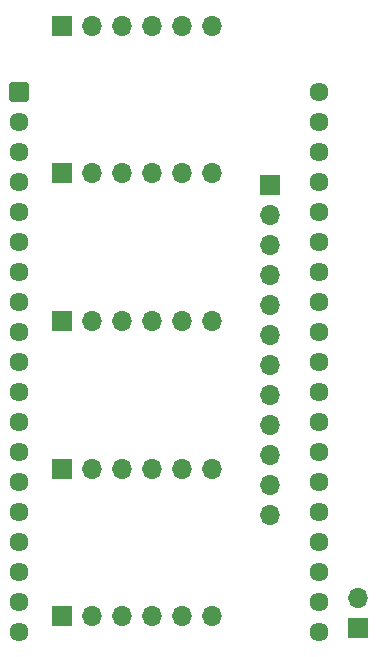
<source format=gbr>
%TF.GenerationSoftware,KiCad,Pcbnew,8.0.4-8.0.4-0~ubuntu24.04.1*%
%TF.CreationDate,2024-09-03T18:29:15+09:00*%
%TF.ProjectId,ESP32,45535033-322e-46b6-9963-61645f706362,rev?*%
%TF.SameCoordinates,Original*%
%TF.FileFunction,Soldermask,Top*%
%TF.FilePolarity,Negative*%
%FSLAX46Y46*%
G04 Gerber Fmt 4.6, Leading zero omitted, Abs format (unit mm)*
G04 Created by KiCad (PCBNEW 8.0.4-8.0.4-0~ubuntu24.04.1) date 2024-09-03 18:29:15*
%MOMM*%
%LPD*%
G01*
G04 APERTURE LIST*
G04 Aperture macros list*
%AMRoundRect*
0 Rectangle with rounded corners*
0 $1 Rounding radius*
0 $2 $3 $4 $5 $6 $7 $8 $9 X,Y pos of 4 corners*
0 Add a 4 corners polygon primitive as box body*
4,1,4,$2,$3,$4,$5,$6,$7,$8,$9,$2,$3,0*
0 Add four circle primitives for the rounded corners*
1,1,$1+$1,$2,$3*
1,1,$1+$1,$4,$5*
1,1,$1+$1,$6,$7*
1,1,$1+$1,$8,$9*
0 Add four rect primitives between the rounded corners*
20,1,$1+$1,$2,$3,$4,$5,0*
20,1,$1+$1,$4,$5,$6,$7,0*
20,1,$1+$1,$6,$7,$8,$9,0*
20,1,$1+$1,$8,$9,$2,$3,0*%
G04 Aperture macros list end*
%ADD10RoundRect,0.102000X-0.704000X-0.704000X0.704000X-0.704000X0.704000X0.704000X-0.704000X0.704000X0*%
%ADD11C,1.612000*%
%ADD12R,1.700000X1.700000*%
%ADD13O,1.700000X1.700000*%
G04 APERTURE END LIST*
D10*
%TO.C,U1*%
X146235000Y-85845000D03*
D11*
X171635000Y-85845000D03*
X146235000Y-88385000D03*
X171635000Y-88385000D03*
X146235000Y-90925000D03*
X171635000Y-90925000D03*
X146235000Y-93465000D03*
X171635000Y-93465000D03*
X146235000Y-96005000D03*
X171635000Y-96005000D03*
X146235000Y-98545000D03*
X171635000Y-98545000D03*
X146235000Y-101085000D03*
X171635000Y-101085000D03*
X146235000Y-103625000D03*
X171635000Y-103625000D03*
X146235000Y-106165000D03*
X171635000Y-106165000D03*
X146235000Y-108705000D03*
X171635000Y-108705000D03*
X146235000Y-111245000D03*
X171635000Y-111245000D03*
X146235000Y-113785000D03*
X171635000Y-113785000D03*
X146235000Y-116325000D03*
X171635000Y-116325000D03*
X146235000Y-118865000D03*
X171635000Y-118865000D03*
X146235000Y-121405000D03*
X171635000Y-121405000D03*
X146235000Y-123945000D03*
X171635000Y-123945000D03*
X146235000Y-126485000D03*
X171635000Y-126485000D03*
X146235000Y-129025000D03*
X171635000Y-129025000D03*
X146235000Y-131565000D03*
X171635000Y-131565000D03*
%TD*%
D12*
%TO.C,J9*%
X175000000Y-131250000D03*
D13*
X175000000Y-128710000D03*
%TD*%
%TO.C,J7*%
X167500000Y-121690000D03*
X167500000Y-119150000D03*
X167500000Y-116610000D03*
X167500000Y-114070000D03*
X167500000Y-111530000D03*
X167500000Y-108990000D03*
X167500000Y-106450000D03*
X167500000Y-103910000D03*
X167500000Y-101370000D03*
X167500000Y-98830000D03*
X167500000Y-96290000D03*
D12*
X167500000Y-93750000D03*
%TD*%
%TO.C,J1*%
X149900000Y-130250000D03*
D13*
X152440000Y-130250000D03*
X154980000Y-130250000D03*
X157520000Y-130250000D03*
X160060000Y-130250000D03*
X162600000Y-130250000D03*
%TD*%
D12*
%TO.C,J5*%
X149900000Y-80250000D03*
D13*
X152440000Y-80250000D03*
X154980000Y-80250000D03*
X157520000Y-80250000D03*
X160060000Y-80250000D03*
X162600000Y-80250000D03*
%TD*%
D12*
%TO.C,J3*%
X149900000Y-105250000D03*
D13*
X152440000Y-105250000D03*
X154980000Y-105250000D03*
X157520000Y-105250000D03*
X160060000Y-105250000D03*
X162600000Y-105250000D03*
%TD*%
D12*
%TO.C,J4*%
X149900000Y-92750000D03*
D13*
X152440000Y-92750000D03*
X154980000Y-92750000D03*
X157520000Y-92750000D03*
X160060000Y-92750000D03*
X162600000Y-92750000D03*
%TD*%
D12*
%TO.C,J2*%
X149900000Y-117750000D03*
D13*
X152440000Y-117750000D03*
X154980000Y-117750000D03*
X157520000Y-117750000D03*
X160060000Y-117750000D03*
X162600000Y-117750000D03*
%TD*%
M02*

</source>
